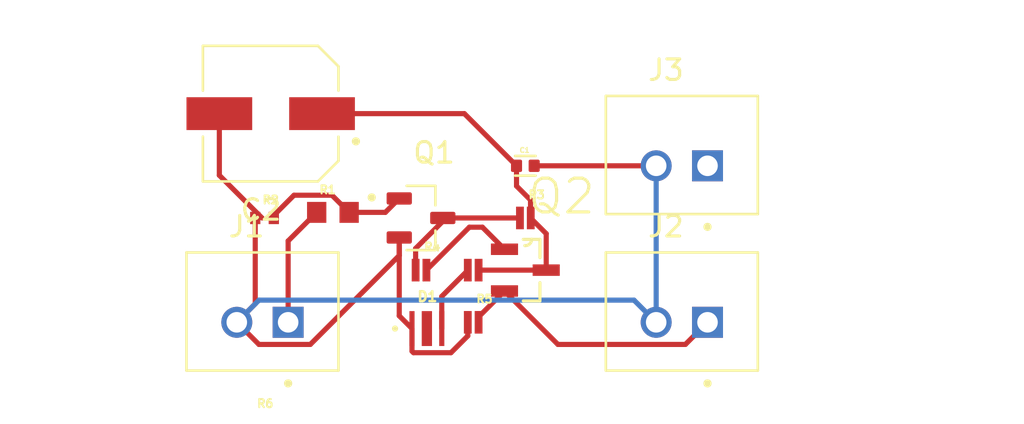
<source format=kicad_pcb>
(kicad_pcb (version 20211014) (generator pcbnew)
  (layers (0 "F.Cu" signal) (31 "B.Cu" signal) (34 "B.Paste" user) (35 "F.Paste" user) (36 "B.SilkS" user "B.Silkscreen") (37 "F.SilkS" user "F.Silkscreen") (38 "B.Mask" user) (39 "F.Mask" user) (44 "Edge.Cuts" user))
  (net 0 "")
  (net 1 "Net-(C1-Pad1)")
  (net 2 "GND")
  (net 3 "Net-(D1-PadA)")
  (net 4 "Net-(R1-Pad1)")
  (net 6 "Net-(Q1-Pad1)")
  (net 7 "Net-(Q1-Pad3)")
  (net 8 "Net-(Q2-Pad1)")
  (net 9 "Net-(J2-Pad1)")
  (footprint "ESR01MZPJ102:RESC1005X40N" (layer "F.Cu") (at 104.14 68.58)
    (fp_text reference "R2" (at 0.3 -0.88) (layer "F.SilkS") (effects (font (size 0.393701 0.393701))))
    (fp_text value "ESR01MZPJ102")
    (pad "1" smd rect locked (at -0.452 0) (size 0.5 0.6) (layers "F.Cu" "F.Paste" "F.Mask") (net 2 "GND"))
    (pad "2" smd rect locked (at 0.452 0) (size 0.5 0.6) (layers "F.Cu" "F.Paste" "F.Mask") (net 6 "Net-(Q1-Pad1)"))
  )
  (footprint "RG1608P-181-B-T5:RESC1608X50N" (layer "F.Cu") (at 107.47 68.308)
    (fp_text reference "R1" (at -0.26 -1.1) (layer "F.SilkS") (effects (font (size 0.393701 0.393701))))
    (fp_text value "RG1608P-181-B-T5")
    (pad "1" smd rect locked (at -0.79 0) (size 0.94 1.02) (layers "F.Cu" "F.Paste" "F.Mask") (net 4 "Net-(R1-Pad1)"))
    (pad "2" smd rect locked (at 0.79 0) (size 0.94 1.02) (layers "F.Cu" "F.Paste" "F.Mask") (net 6 "Net-(Q1-Pad1)"))
  )
  (footprint "MMBT2222ALT1:SOT95P237X111-3N" (layer "F.Cu") (at 111.76 68.58)
    (fp_text reference "Q1" (at 0.635 -3.175) (layer "F.SilkS"))
    (fp_text value "MMBT2222ALT1")
    (fp_line (start 0.7 -1.564) (end -0.7 -1.564) (layer "F.SilkS") (width 0.127))
    (fp_line (start 0.7 0.614) (end 0.7 1.564) (layer "F.SilkS") (width 0.127))
    (fp_line (start 0.7 1.564) (end -0.7 1.564) (layer "F.SilkS") (width 0.127))
    (fp_line (start 0.7 -0.614) (end 0.7 -1.564) (layer "F.SilkS") (width 0.127))
    (fp_circle (center -2.4 -1) (end -2.3 -1) (layer "F.SilkS") (width 0.2) (fill none))
    (pad "1" smd roundrect locked (at -1.06 -0.95) (size 1.23 0.6) (layers "F.Cu" "F.Paste" "F.Mask") (roundrect_rratio 0.15) (net 6 "Net-(Q1-Pad1)"))
    (pad "2" smd roundrect locked (at -1.06 0.95) (size 1.23 0.6) (layers "F.Cu" "F.Paste" "F.Mask") (roundrect_rratio 0.15) (net 2 "GND"))
    (pad "3" smd roundrect locked (at 1.06 0) (size 1.23 0.6) (layers "F.Cu" "F.Paste" "F.Mask") (roundrect_rratio 0.15) (net 7 "Net-(Q1-Pad3)"))
  )
  (footprint "B2B-XH-A_LF__SN_:JST_B2B-XH-A(LF)(SN)" (layer "F.Cu") (at 104.04 73.66)
    (fp_text reference "J1" (at -0.775 -4.66) (layer "F.SilkS"))
    (fp_text value "B2B-XH-A(LF)(SN)")
    (fp_line (start 3.7 -3.4) (end 3.7 2.35) (layer "F.SilkS") (width 0.127))
    (fp_line (start 3.7 2.35) (end -3.7 2.35) (layer "F.SilkS") (width 0.127))
    (fp_line (start -3.7 -3.4) (end 3.7 -3.4) (layer "F.SilkS") (width 0.127))
    (fp_line (start -3.7 2.35) (end -3.7 -3.4) (layer "F.SilkS") (width 0.127))
    (fp_circle (center 1.25 2.975) (end 1.35 2.975) (layer "F.SilkS") (width 0.2) (fill none))
    (pad "1" thru_hole rect locked (at 1.25 0) (size 1.508 1.508) (drill 1) (layers *.Cu *.Mask) (net 4 "Net-(R1-Pad1)"))
    (pad "2" thru_hole circle locked (at -1.25 0) (size 1.508 1.508) (drill 1) (layers *.Cu *.Mask) (net 2 "GND"))
  )
  (footprint "B2B-XH-A_LF__SN_:JST_B2B-XH-A(LF)(SN)" (layer "F.Cu") (at 124.46 73.66)
    (fp_text reference "J2" (at -0.775 -4.66) (layer "F.SilkS"))
    (fp_text value "B2B-XH-A(LF)(SN)")
    (fp_line (start -3.7 -3.4) (end 3.7 -3.4) (layer "F.SilkS") (width 0.127))
    (fp_line (start 3.7 2.35) (end -3.7 2.35) (layer "F.SilkS") (width 0.127))
    (fp_line (start 3.7 -3.4) (end 3.7 2.35) (layer "F.SilkS") (width 0.127))
    (fp_line (start -3.7 2.35) (end -3.7 -3.4) (layer "F.SilkS") (width 0.127))
    (fp_circle (center 1.25 2.975) (end 1.35 2.975) (layer "F.SilkS") (width 0.2) (fill none))
    (pad "1" thru_hole rect locked (at 1.25 0) (size 1.508 1.508) (drill 1) (layers *.Cu *.Mask) (net 9 "Net-(J2-Pad1)"))
    (pad "2" thru_hole circle locked (at -1.25 0) (size 1.508 1.508) (drill 1) (layers *.Cu *.Mask) (net 2 "GND"))
  )
  (footprint "L1SP-DRD0002000000:LED_L1SP-DRD0002000000" (layer "F.Cu") (at 112.045 73.965)
    (fp_text reference "D1" (at 0.02401 -1.555272) (layer "F.SilkS") (effects (font (size 0.480145 0.480145))))
    (fp_text value "L1SP-DRD0002000000")
    (fp_circle (center -1.55 0) (end -1.4 0) (layer "F.SilkS") (width 0) (fill solid))
    (pad "A" smd rect locked (at 0.725 0) (size 0.25 1.7) (layers "F.Cu" "F.Paste" "F.Mask") (net 3 "Net-(D1-PadA)"))
    (pad "HEATPAD" smd rect locked (at 0 0) (size 0.5 1.7) (layers "F.Cu" "F.Paste" "F.Mask"))
    (pad "K" smd rect locked (at -0.725 0) (size 0.25 1.7) (layers "F.Cu" "F.Paste" "F.Mask") (net 2 "GND"))
  )
  (footprint "EEEHAE101XAP:CAP_EEEHAE101XAP" (layer "F.Cu") (at 104.44 63.5 180)
    (fp_text reference "C2" (at 0.475 -4.685) (layer "F.SilkS"))
    (fp_text value "EEEHAE101XAP")
    (fp_line (start -3.3 2.3) (end -2.3 3.3) (layer "F.SilkS") (width 0.127))
    (fp_line (start -3.3 1.12) (end -3.3 2.3) (layer "F.SilkS") (width 0.127))
    (fp_line (start 3.3 -1.12) (end 3.3 -3.3) (layer "F.SilkS") (width 0.127))
    (fp_line (start 3.3 -3.3) (end -2.3 -3.3) (layer "F.SilkS") (width 0.127))
    (fp_line (start -3.3 -2.3) (end -3.3 -1.12) (layer "F.SilkS") (width 0.127))
    (fp_line (start 3.3 3.3) (end 3.3 1.12) (layer "F.SilkS") (width 0.127))
    (fp_line (start -2.3 3.3) (end 3.3 3.3) (layer "F.SilkS") (width 0.127))
    (fp_line (start -2.3 -3.3) (end -3.3 -2.3) (layer "F.SilkS") (width 0.127))
    (fp_circle (center -4.15 -1.35) (end -4.05 -1.35) (layer "F.SilkS") (width 0.2) (fill none))
    (pad "1" smd rect locked (at -2.5 0 180) (size 3.2 1.6) (layers "F.Cu" "F.Paste" "F.Mask") (net 1 "Net-(C1-Pad1)"))
    (pad "2" smd rect locked (at 2.5 0 180) (size 3.2 1.6) (layers "F.Cu" "F.Paste" "F.Mask") (net 2 "GND"))
  )
  (footprint "WK73R1ETTP104J:RESC0510X40N" (layer "F.Cu") (at 111.76 71.12)
    (fp_text reference "R4" (at 0.55 -1.13) (layer "F.SilkS") (effects (font (size 0.393701 0.393701))))
    (fp_text value "WK73R1ETTP104J")
    (pad "1" smd rect locked (at -0.263 0) (size 0.38 1.1) (layers "F.Cu" "F.Paste" "F.Mask") (net 7 "Net-(Q1-Pad3)"))
    (pad "2" smd rect locked (at 0.263 0) (size 0.38 1.1) (layers "F.Cu" "F.Paste" "F.Mask") (net 8 "Net-(Q2-Pad1)"))
  )
  (footprint "B2B-XH-A_LF__SN_:JST_B2B-XH-A(LF)(SN)" (layer "F.Cu") (at 124.46 66.04)
    (fp_text reference "J3" (at -0.775 -4.66) (layer "F.SilkS"))
    (fp_text value "B2B-XH-A(LF)(SN)")
    (fp_line (start 3.7 -3.4) (end 3.7 2.35) (layer "F.SilkS") (width 0.127))
    (fp_line (start -3.7 -3.4) (end 3.7 -3.4) (layer "F.SilkS") (width 0.127))
    (fp_line (start -3.7 2.35) (end -3.7 -3.4) (layer "F.SilkS") (width 0.127))
    (fp_line (start 3.7 2.35) (end -3.7 2.35) (layer "F.SilkS") (width 0.127))
    (fp_circle (center 1.25 2.975) (end 1.35 2.975) (layer "F.SilkS") (width 0.2) (fill none))
    (pad "1" thru_hole rect locked (at 1.25 0) (size 1.508 1.508) (drill 1) (layers *.Cu *.Mask))
    (pad "2" thru_hole circle locked (at -1.25 0) (size 1.508 1.508) (drill 1) (layers *.Cu *.Mask) (net 2 "GND"))
  )
  (footprint "CL05A104KA5NNNC:CAPC1005X55N" (layer "F.Cu") (at 116.84 66.04)
    (fp_text reference "C1" (at -0.038306 -0.758223) (layer "F.SilkS") (effects (font (size 0.241854 0.241854))))
    (fp_text value "CL05A104KA5NNNC")
    (fp_line (start 0.5 -0.48) (end -0.5 -0.48) (layer "F.SilkS") (width 0.127))
    (fp_line (start -0.5 0.48) (end 0.5 0.48) (layer "F.SilkS") (width 0.127))
    (pad "1" smd roundrect locked (at -0.43 0 90) (size 0.6 0.54) (layers "F.Cu" "F.Paste" "F.Mask") (roundrect_rratio 0.14) (net 1 "Net-(C1-Pad1)"))
    (pad "2" smd roundrect locked (at 0.43 0 90) (size 0.6 0.54) (layers "F.Cu" "F.Paste" "F.Mask") (roundrect_rratio 0.14) (net 2 "GND"))
  )
  (footprint "WK73R1ETTP103J:RESC0510X40N" (layer "F.Cu") (at 114.3 71.12)
    (fp_text reference "R6" (at -10.1254 6.4962) (layer "F.SilkS") (effects (font (size 0.393701 0.393701))))
    (fp_text value "WK73R1ETTP103J")
    (pad "1" smd rect locked (at -0.263 0) (size 0.38 1.1) (layers "F.Cu" "F.Paste" "F.Mask") (net 3 "Net-(D1-PadA)"))
    (pad "2" smd rect locked (at 0.263 0) (size 0.38 1.1) (layers "F.Cu" "F.Paste" "F.Mask") (net 1 "Net-(C1-Pad1)"))
  )
  (footprint "WK73R1ETTP103J:RESC0510X40N" (layer "F.Cu") (at 114.3 73.66)
    (fp_text reference "R5" (at 0.55 -1.13) (layer "F.SilkS") (effects (font (size 0.393701 0.393701))))
    (fp_text value "WK73R1ETTP103J")
    (pad "1" smd rect locked (at -0.263 0) (size 0.38 1.1) (layers "F.Cu" "F.Paste" "F.Mask") (net 2 "GND"))
    (pad "2" smd rect locked (at 0.263 0) (size 0.38 1.1) (layers "F.Cu" "F.Paste" "F.Mask") (net 9 "Net-(J2-Pad1)"))
  )
  (footprint "WK73R1ETTP222J:RESC0510X40N" (layer "F.Cu") (at 116.84 68.58)
    (fp_text reference "R3" (at 0.55 -1.13) (layer "F.SilkS") (effects (font (size 0.393701 0.393701))))
    (fp_text value "WK73R1ETTP222J")
    (pad "1" smd rect locked (at -0.263 0) (size 0.38 1.1) (layers "F.Cu" "F.Paste" "F.Mask") (net 7 "Net-(Q1-Pad3)"))
    (pad "2" smd rect locked (at 0.263 0) (size 0.38 1.1) (layers "F.Cu" "F.Paste" "F.Mask") (net 1 "Net-(C1-Pad1)"))
  )
  (footprint "MMBT3906-7-F:SOT103P240X110-3N" (layer "F.Cu") (at 116.84 71.12)
    (fp_text reference "Q2" (at 1.756045 -3.588435) (layer "F.SilkS") (effects (font (size 1.64322 1.64322))))
    (fp_text value "MMBT3906-7-F")
    (fp_line (start 0.3048 -1.4986) (end -0.1016 -1.4986) (layer "F.SilkS") (width 0.1524))
    (fp_line (start -0.1016 1.4986) (end 0.7112 1.4986) (layer "F.SilkS") (width 0.1524))
    (fp_line (start 0.7112 -0.6096) (end 0.7112 -1.4986) (layer "F.SilkS") (width 0.1524))
    (fp_line (start 0.7112 -1.4986) (end 0.3048 -1.4986) (layer "F.SilkS") (width 0.1524))
    (fp_line (start 0.7112 1.4986) (end 0.7112 0.6096) (layer "F.SilkS") (width 0.1524))
    (fp_arc (start 0.3048 -1.4986) (mid 0.206758 -1.273554) (end -0.0254 -1.1938) (layer "F.SilkS") (width 0.1524))
    (pad "1" smd rect locked (at -1.016 -1.016) (size 1.3208 0.5588) (layers "F.Cu" "F.Paste" "F.Mask") (net 8 "Net-(Q2-Pad1)"))
    (pad "2" smd rect locked (at -1.016 1.016) (size 1.3208 0.5588) (layers "F.Cu" "F.Paste" "F.Mask") (net 9 "Net-(J2-Pad1)"))
    (pad "3" smd rect locked (at 1.016 0) (size 1.3208 0.5588) (layers "F.Cu" "F.Paste" "F.Mask") (net 1 "Net-(C1-Pad1)"))
  )
  (segment (start 106.94 63.5) (end 113.87 63.5) (width 0.25) (layer "F.Cu") (net 1))
  (segment (start 113.87 63.5) (end 116.41 66.04) (width 0.25) (layer "F.Cu") (net 1))
  (segment (start 116.41 66.04) (end 116.41 67.023978) (width 0.25) (layer "F.Cu") (net 1))
  (segment (start 117.091511 67.705489) (end 117.091511 68.58) (width 0.25) (layer "F.Cu") (net 1))
  (segment (start 116.41 67.023978) (end 117.091511 67.705489) (width 0.25) (layer "F.Cu") (net 1))
  (segment (start 117.856 69.344489) (end 117.856 71.12) (width 0.25) (layer "F.Cu") (net 1))
  (segment (start 114.563 71.12) (end 117.856 71.12) (width 0.25) (layer "F.Cu") (net 1))
  (segment (start 117.091511 68.58) (end 117.856 69.344489) (width 0.25) (layer "F.Cu") (net 1))
  (segment (start 101.94 66.502511) (end 104.017489 68.58) (width 0.25) (layer "F.Cu") (net 2))
  (segment (start 111.32 75.065) (end 111.394511 75.139511) (width 0.25) (layer "F.Cu") (net 2))
  (segment (start 110.7 73.345) (end 110.7 69.53) (width 0.25) (layer "F.Cu") (net 2))
  (segment (start 110.7 69.53) (end 110.7 70.407022) (width 0.25) (layer "F.Cu") (net 2))
  (segment (start 111.32 73.965) (end 110.7 73.345) (width 0.25) (layer "F.Cu") (net 2))
  (segment (start 114.037 74.322022) (end 114.037 73.66) (width 0.25) (layer "F.Cu") (net 2))
  (segment (start 101.94 63.5) (end 101.94 66.502511) (width 0.25) (layer "F.Cu") (net 2))
  (segment (start 111.394511 75.139511) (end 113.219511 75.139511) (width 0.25) (layer "F.Cu") (net 2))
  (segment (start 111.32 73.965) (end 111.32 75.065) (width 0.25) (layer "F.Cu") (net 2))
  (segment (start 103.868511 74.738511) (end 102.79 73.66) (width 0.25) (layer "F.Cu") (net 2))
  (segment (start 102.79 73.66) (end 103.688 72.762) (width 0.25) (layer "F.Cu") (net 2))
  (segment (start 113.219511 75.139511) (end 114.037 74.322022) (width 0.25) (layer "F.Cu") (net 2))
  (segment (start 106.368511 74.738511) (end 103.868511 74.738511) (width 0.25) (layer "F.Cu") (net 2))
  (segment (start 110.7 70.407022) (end 106.368511 74.738511) (width 0.25) (layer "F.Cu") (net 2))
  (segment (start 103.688 72.762) (end 103.688 68.58) (width 0.25) (layer "F.Cu") (net 2))
  (segment (start 123.21 66.04) (end 117.27 66.04) (width 0.25) (layer "F.Cu") (net 2))
  (segment (start 123.21 73.66) (end 122.131489 72.581489) (width 0.25) (layer "B.Cu") (net 2))
  (segment (start 103.868511 72.581489) (end 102.79 73.66) (width 0.25) (layer "B.Cu") (net 2))
  (segment (start 123.21 66.04) (end 123.21 73.66) (width 0.25) (layer "B.Cu") (net 2))
  (segment (start 122.131489 72.581489) (end 103.868511 72.581489) (width 0.25) (layer "B.Cu") (net 2))
  (segment (start 112.77 72.398489) (end 114.048489 71.12) (width 0.25) (layer "F.Cu") (net 3))
  (segment (start 112.77 73.965) (end 112.77 72.398489) (width 0.25) (layer "F.Cu") (net 3))
  (segment (start 114.048489 71.12) (end 114.037 71.12) (width 0.25) (layer "F.Cu") (net 3))
  (segment (start 105.29 73.66) (end 105.29 69.698) (width 0.25) (layer "F.Cu") (net 4))
  (segment (start 105.29 69.698) (end 106.68 68.308) (width 0.25) (layer "F.Cu") (net 4))
  (segment (start 107.425489 67.473489) (end 105.57352 67.473489) (width 0.25) (layer "F.Cu") (net 6))
  (segment (start 105.57352 67.473489) (end 104.467009 68.58) (width 0.25) (layer "F.Cu") (net 6))
  (segment (start 108.26 68.308) (end 107.425489 67.473489) (width 0.25) (layer "F.Cu") (net 6))
  (segment (start 110.022 68.308) (end 110.7 67.63) (width 0.25) (layer "F.Cu") (net 6))
  (segment (start 108.26 68.308) (end 110.022 68.308) (width 0.25) (layer "F.Cu") (net 6))
  (segment (start 111.497 70.064511) (end 112.82 68.741511) (width 0.25) (layer "F.Cu") (net 7))
  (segment (start 111.497 71.12) (end 111.497 70.064511) (width 0.25) (layer "F.Cu") (net 7))
  (segment (start 112.82 68.58) (end 116.577 68.58) (width 0.25) (layer "F.Cu") (net 7))
  (segment (start 112.82 68.741511) (end 112.82 68.58) (width 0.25) (layer "F.Cu") (net 7))
  (segment (start 112.023 71.12) (end 114.11348 69.02952) (width 0.25) (layer "F.Cu") (net 8))
  (segment (start 114.11348 69.02952) (end 114.74952 69.02952) (width 0.25) (layer "F.Cu") (net 8))
  (segment (start 114.74952 69.02952) (end 115.824 70.104) (width 0.25) (layer "F.Cu") (net 8))
  (segment (start 115.824 72.136) (end 118.426511 74.738511) (width 0.25) (layer "F.Cu") (net 9))
  (segment (start 114.563 73.66) (end 114.563 73.397) (width 0.25) (layer "F.Cu") (net 9))
  (segment (start 124.631489 74.738511) (end 125.71 73.66) (width 0.25) (layer "F.Cu") (net 9))
  (segment (start 114.563 73.397) (end 115.824 72.136) (width 0.25) (layer "F.Cu") (net 9))
  (segment (start 118.426511 74.738511) (end 124.631489 74.738511) (width 0.25) (layer "F.Cu") (net 9))
)
</source>
